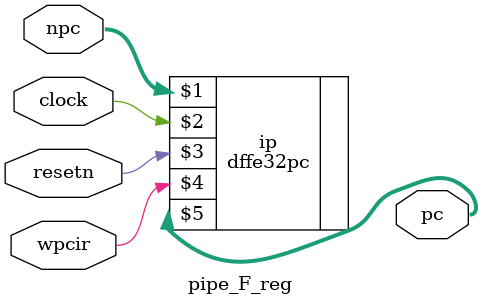
<source format=v>
module pipe_F_reg(npc, wpcir, clock, resetn, pc);
	input  [31:0] npc;
	input         wpcir, clock, resetn;
	output [31:0] pc;

	dffe32pc ip(npc, clock, resetn, wpcir, pc);
endmodule

</source>
